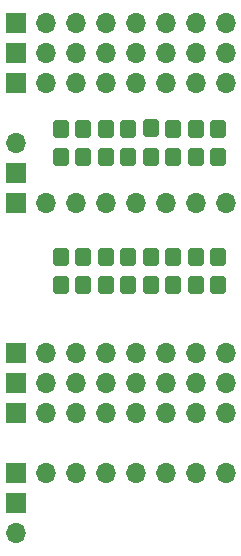
<source format=gbr>
%TF.SameCoordinates,Original*%
%TF.FileFunction,Soldermask,Top*%
%TF.FilePolarity,Negative*%
%FSLAX46Y46*%
G04 Gerber Fmt 4.6, Leading zero omitted, Abs format (unit mm)*
%MOMM*%
%LPD*%
G01*
G04 APERTURE LIST*
G04 Aperture macros list*
%AMRoundRect*
0 Rectangle with rounded corners*
0 $1 Rounding radius*
0 $2 $3 $4 $5 $6 $7 $8 $9 X,Y pos of 4 corners*
0 Add a 4 corners polygon primitive as box body*
4,1,4,$2,$3,$4,$5,$6,$7,$8,$9,$2,$3,0*
0 Add four circle primitives for the rounded corners*
1,1,$1+$1,$2,$3*
1,1,$1+$1,$4,$5*
1,1,$1+$1,$6,$7*
1,1,$1+$1,$8,$9*
0 Add four rect primitives between the rounded corners*
20,1,$1+$1,$2,$3,$4,$5,0*
20,1,$1+$1,$4,$5,$6,$7,0*
20,1,$1+$1,$6,$7,$8,$9,0*
20,1,$1+$1,$8,$9,$2,$3,0*%
G04 Aperture macros list end*
%ADD10RoundRect,0.280800X-0.394200X0.469200X-0.394200X-0.469200X0.394200X-0.469200X0.394200X0.469200X0*%
%ADD11RoundRect,0.280800X0.394200X-0.469200X0.394200X0.469200X-0.394200X0.469200X-0.394200X-0.469200X0*%
%ADD12R,1.700000X1.700000*%
%ADD13O,1.700000X1.700000*%
G04 APERTURE END LIST*
D10*
%TO.C,R2*%
X132715000Y-44520000D03*
X132715000Y-46920000D03*
%TD*%
%TO.C,R8*%
X144145000Y-44520000D03*
X144145000Y-46920000D03*
%TD*%
D11*
%TO.C,R9*%
X130810000Y-57791200D03*
X130810000Y-55391200D03*
%TD*%
%TO.C,R15*%
X142240000Y-57785000D03*
X142240000Y-55385000D03*
%TD*%
D12*
%TO.C,J6*%
X127000000Y-73660000D03*
D13*
X129540000Y-73660000D03*
X132080000Y-73660000D03*
X134620000Y-73660000D03*
X137160000Y-73660000D03*
X139700000Y-73660000D03*
X142240000Y-73660000D03*
X144780000Y-73660000D03*
%TD*%
D12*
%TO.C,J9*%
X127000000Y-66040000D03*
D13*
X129540000Y-66040000D03*
X132080000Y-66040000D03*
X134620000Y-66040000D03*
X137160000Y-66040000D03*
X139700000Y-66040000D03*
X142240000Y-66040000D03*
X144780000Y-66040000D03*
%TD*%
D10*
%TO.C,R3*%
X134620000Y-44520000D03*
X134620000Y-46920000D03*
%TD*%
D11*
%TO.C,R16*%
X144145000Y-57785000D03*
X144145000Y-55385000D03*
%TD*%
D10*
%TO.C,R7*%
X142240000Y-44520000D03*
X142240000Y-46920000D03*
%TD*%
D11*
%TO.C,R10*%
X132715000Y-57791200D03*
X132715000Y-55391200D03*
%TD*%
D12*
%TO.C,J10*%
X127000000Y-68580000D03*
D13*
X129540000Y-68580000D03*
X132080000Y-68580000D03*
X134620000Y-68580000D03*
X137160000Y-68580000D03*
X139700000Y-68580000D03*
X142240000Y-68580000D03*
X144780000Y-68580000D03*
%TD*%
D12*
%TO.C,J2*%
X127000000Y-40640000D03*
D13*
X129540000Y-40640000D03*
X132080000Y-40640000D03*
X134620000Y-40640000D03*
X137160000Y-40640000D03*
X139700000Y-40640000D03*
X142240000Y-40640000D03*
X144780000Y-40640000D03*
%TD*%
D11*
%TO.C,R11*%
X134620000Y-57791200D03*
X134620000Y-55391200D03*
%TD*%
D10*
%TO.C,R1*%
X130810000Y-44526200D03*
X130810000Y-46926200D03*
%TD*%
D12*
%TO.C,J7*%
X127000000Y-63500000D03*
D13*
X129540000Y-63500000D03*
X132080000Y-63500000D03*
X134620000Y-63500000D03*
X137160000Y-63500000D03*
X139700000Y-63500000D03*
X142240000Y-63500000D03*
X144780000Y-63500000D03*
%TD*%
D12*
%TO.C,J1*%
X127000000Y-50800000D03*
D13*
X129540000Y-50800000D03*
X132080000Y-50800000D03*
X134620000Y-50800000D03*
X137160000Y-50800000D03*
X139700000Y-50800000D03*
X142240000Y-50800000D03*
X144780000Y-50800000D03*
%TD*%
D10*
%TO.C,R4*%
X136525000Y-44520000D03*
X136525000Y-46920000D03*
%TD*%
D12*
%TO.C,J5*%
X127000000Y-35560000D03*
D13*
X129540000Y-35560000D03*
X132080000Y-35560000D03*
X134620000Y-35560000D03*
X137160000Y-35560000D03*
X139700000Y-35560000D03*
X142240000Y-35560000D03*
X144780000Y-35560000D03*
%TD*%
D10*
%TO.C,R5*%
X138430000Y-44500800D03*
X138430000Y-46900800D03*
%TD*%
D12*
%TO.C,J4*%
X127000000Y-38100000D03*
D13*
X129540000Y-38100000D03*
X132080000Y-38100000D03*
X134620000Y-38100000D03*
X137160000Y-38100000D03*
X139700000Y-38100000D03*
X142240000Y-38100000D03*
X144780000Y-38100000D03*
%TD*%
D11*
%TO.C,R12*%
X136525000Y-57791200D03*
X136525000Y-55391200D03*
%TD*%
D12*
%TO.C,J8*%
X127000000Y-76200000D03*
D13*
X127000000Y-78740000D03*
%TD*%
D11*
%TO.C,R14*%
X140335000Y-57791200D03*
X140335000Y-55391200D03*
%TD*%
D10*
%TO.C,R6*%
X140335000Y-44520000D03*
X140335000Y-46920000D03*
%TD*%
D12*
%TO.C,J3*%
X127000000Y-48260000D03*
D13*
X127000000Y-45720000D03*
%TD*%
D11*
%TO.C,R13*%
X138430000Y-57791200D03*
X138430000Y-55391200D03*
%TD*%
M02*

</source>
